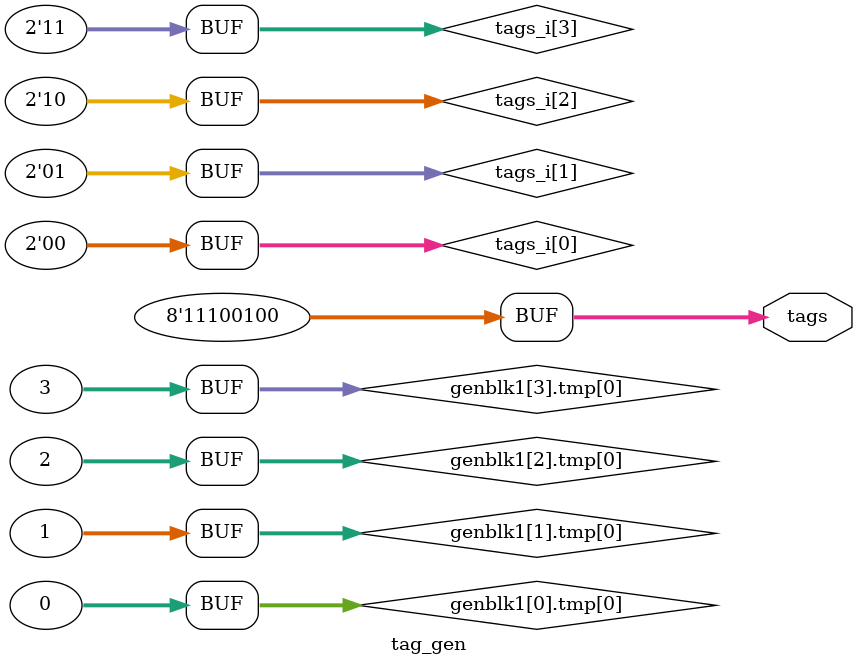
<source format=v>
/*

tag_gen.v

Generates tags for the forwarder tag tree that double as the MUX tree select 
signals

TODO: in the pipelined mux, we should be careful about not overwriting
when we go form long path to short path. Or, we could simplify our lives
by always adding a delay to short paths so they match long paths.

TODO: it occurs to me that if I was more clever about wiring up the tree,
I could simplify the indices and even do a simple threshold check to
discover if this is a long or short path

*/

`define CLOG2(x) (\
   (((x) <= 2) ? 1 : \
   (((x) <= 4) ? 2 : \
   (((x) <= 8) ? 3 : \
   (((x) <= 16) ? 4 : \
   (((x) <= 32) ? 5 : \
   (((x) <= 64) ? 6 : \
   (((x) <= 128) ? 7 : \
   (((x) <= 256) ? 8 : \
   (((x) <= 512) ? 9 : \
   (((x) <= 1024) ? 10 : \
   (((x) <= 2048) ? 11 : \
   (((x) <= 4096) ? 12 : \
   (((x) <= 8192) ? 13 : \
   (((x) <= 16384) ? 14 : \
   (((x) <= 32768) ? 15 : \
   (((x) <= 65536) ? 16 : \
   -1)))))))))))))))))

`ifdef ICARUS_VERILOG
`define localparam parameter
`else /*For Vivado*/
`define localparam localparam
`endif

module tag_gen #(
	parameter N = 4,
	parameter PADDED = (N%3 == 1) ? N : ((N%3 == 0) ? (N+1) : (N+2)),
	parameter TAG_SZ = 2*((`CLOG2(PADDED)+1)/2) //= 2 * ceil(log_4(PADDED))
) (
	output wire [TAG_SZ*N-1:0] tags
);
	`localparam MAX_H = TAG_SZ/2;
	`localparam NUM_NODES = PADDED + (PADDED-1)/3;
	`localparam X_C = NUM_NODES - (4**MAX_H - 1) / 3; 
	
	wire [TAG_SZ-1:0] tags_i[0:N-1];
	
	genvar i, j;
	generate for (i = 0; i < N; i = i + 1) begin
		wire [31:0] tmp[MAX_H:0];
		assign tmp[0] = i;
		if (i < X_C) begin : long_path
			assign tags_i[i][1:0] = i%4;
			for (j=1; j < MAX_H; j = j + 1) begin
					assign tmp[j] = PADDED + (tmp[j-1] / 4);
					assign tags_i[i][2*(j+1)-1 -: 2] = tmp[j] % 4;
			end
		end else begin : short_path
			assign tags_i[i][1:0] = 0;
			assign tags_i[i][3:2] = i%4;
			for (j=1; j < MAX_H-1; j = j + 1) begin
					assign tmp[j] = PADDED + (tmp[j-1] / 4);
					assign tags_i[i][2*(j+2)-1 -: 2] = tmp[j] % 4;
			end
		end
	end endgenerate
	
	generate for (i = 0; i < N; i = i + 1) begin
		assign tags[(i+1)*TAG_SZ - 1 -: TAG_SZ] = tags_i[i];
	end endgenerate
endmodule

`undef CLOG2
`undef localparam

</source>
